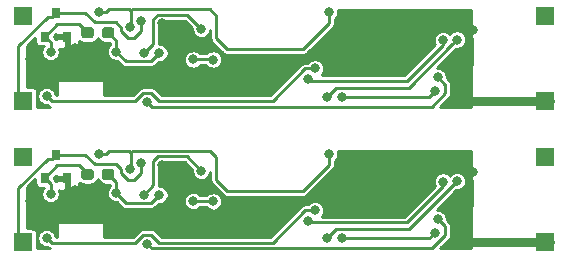
<source format=gbr>
G04 #@! TF.GenerationSoftware,KiCad,Pcbnew,(5.1.6)-1*
G04 #@! TF.CreationDate,2020-09-11T17:39:01+02:00*
G04 #@! TF.ProjectId,panelized,70616e65-6c69-47a6-9564-2e6b69636164,rev?*
G04 #@! TF.SameCoordinates,Original*
G04 #@! TF.FileFunction,Copper,L2,Bot*
G04 #@! TF.FilePolarity,Positive*
%FSLAX46Y46*%
G04 Gerber Fmt 4.6, Leading zero omitted, Abs format (unit mm)*
G04 Created by KiCad (PCBNEW (5.1.6)-1) date 2020-09-11 17:39:01*
%MOMM*%
%LPD*%
G01*
G04 APERTURE LIST*
G04 #@! TA.AperFunction,ComponentPad*
%ADD10R,1.600000X1.600000*%
G04 #@! TD*
G04 #@! TA.AperFunction,SMDPad,CuDef*
%ADD11R,0.800000X0.900000*%
G04 #@! TD*
G04 #@! TA.AperFunction,ViaPad*
%ADD12C,0.800000*%
G04 #@! TD*
G04 #@! TA.AperFunction,Conductor*
%ADD13C,0.250000*%
G04 #@! TD*
G04 #@! TA.AperFunction,Conductor*
%ADD14C,0.800000*%
G04 #@! TD*
G04 #@! TA.AperFunction,NonConductor*
%ADD15C,0.254000*%
G04 #@! TD*
G04 APERTURE END LIST*
G04 #@! TA.AperFunction,SMDPad,CuDef*
G36*
G01*
X108639000Y-102112000D02*
X108639000Y-102587000D01*
G75*
G02*
X108401500Y-102824500I-237500J0D01*
G01*
X107826500Y-102824500D01*
G75*
G02*
X107589000Y-102587000I0J237500D01*
G01*
X107589000Y-102112000D01*
G75*
G02*
X107826500Y-101874500I237500J0D01*
G01*
X108401500Y-101874500D01*
G75*
G02*
X108639000Y-102112000I0J-237500D01*
G01*
G37*
G04 #@! TD.AperFunction*
G04 #@! TA.AperFunction,SMDPad,CuDef*
G36*
G01*
X106889000Y-102112000D02*
X106889000Y-102587000D01*
G75*
G02*
X106651500Y-102824500I-237500J0D01*
G01*
X106076500Y-102824500D01*
G75*
G02*
X105839000Y-102587000I0J237500D01*
G01*
X105839000Y-102112000D01*
G75*
G02*
X106076500Y-101874500I237500J0D01*
G01*
X106651500Y-101874500D01*
G75*
G02*
X106889000Y-102112000I0J-237500D01*
G01*
G37*
G04 #@! TD.AperFunction*
D10*
X145100000Y-108100000D03*
X145100000Y-100900000D03*
X100900000Y-100900000D03*
X100900000Y-108100000D03*
D11*
X104635500Y-102667000D03*
X102735500Y-102667000D03*
X103685500Y-100667000D03*
G04 #@! TA.AperFunction,SMDPad,CuDef*
G36*
G01*
X108639000Y-114112000D02*
X108639000Y-114587000D01*
G75*
G02*
X108401500Y-114824500I-237500J0D01*
G01*
X107826500Y-114824500D01*
G75*
G02*
X107589000Y-114587000I0J237500D01*
G01*
X107589000Y-114112000D01*
G75*
G02*
X107826500Y-113874500I237500J0D01*
G01*
X108401500Y-113874500D01*
G75*
G02*
X108639000Y-114112000I0J-237500D01*
G01*
G37*
G04 #@! TD.AperFunction*
G04 #@! TA.AperFunction,SMDPad,CuDef*
G36*
G01*
X106889000Y-114112000D02*
X106889000Y-114587000D01*
G75*
G02*
X106651500Y-114824500I-237500J0D01*
G01*
X106076500Y-114824500D01*
G75*
G02*
X105839000Y-114587000I0J237500D01*
G01*
X105839000Y-114112000D01*
G75*
G02*
X106076500Y-113874500I237500J0D01*
G01*
X106651500Y-113874500D01*
G75*
G02*
X106889000Y-114112000I0J-237500D01*
G01*
G37*
G04 #@! TD.AperFunction*
D10*
X145100000Y-120100000D03*
X145100000Y-112900000D03*
X100900000Y-112900000D03*
X100900000Y-120100000D03*
D11*
X104635500Y-114667000D03*
X102735500Y-114667000D03*
X103685500Y-112667000D03*
D12*
X116002000Y-114032000D03*
X111161000Y-116049000D03*
X115314976Y-116606155D03*
X117007500Y-116625000D03*
X110883845Y-113381738D03*
X105300000Y-115676000D03*
X106100000Y-115676000D03*
X122098000Y-117270500D03*
X120574000Y-117270500D03*
X120574000Y-118731000D03*
X132706500Y-117279500D03*
X121350000Y-118000000D03*
X131500000Y-115100000D03*
X131500000Y-117279500D03*
X117235023Y-117750000D03*
X139000000Y-114100000D03*
X122098000Y-118731000D03*
X130293500Y-117279500D03*
X132700000Y-115100000D03*
X138450000Y-117500000D03*
X131500000Y-116200000D03*
X132700000Y-116200000D03*
X130300000Y-115100000D03*
X130300000Y-116200000D03*
X114404012Y-117841302D03*
X105715000Y-116445000D03*
X105300000Y-117200000D03*
X101481883Y-116608660D03*
X110600000Y-117900000D03*
X106100000Y-117200000D03*
X112645606Y-113548453D03*
X126800000Y-112625000D03*
X107366000Y-112625010D03*
X110002714Y-113868965D03*
X137655500Y-114924970D03*
X126625000Y-119750000D03*
X125000000Y-118249998D03*
X136450000Y-114950000D03*
X125625000Y-117375000D03*
X102900000Y-119700000D03*
X136004500Y-118096000D03*
X111430000Y-120196168D03*
X108763000Y-115937000D03*
X112446000Y-116064000D03*
X135750500Y-119302500D03*
X127875000Y-119750000D03*
X103238500Y-116000500D03*
X116002000Y-102032000D03*
X111161000Y-104049000D03*
X115314976Y-104606155D03*
X117007500Y-104625000D03*
X110883845Y-101381738D03*
X105300000Y-103676000D03*
X106100000Y-103676000D03*
X122098000Y-105270500D03*
X120574000Y-105270500D03*
X120574000Y-106731000D03*
X132706500Y-105279500D03*
X121350000Y-106000000D03*
X131500000Y-103100000D03*
X131500000Y-105279500D03*
X117235023Y-105750000D03*
X139000000Y-102100000D03*
X122098000Y-106731000D03*
X130293500Y-105279500D03*
X132700000Y-103100000D03*
X138450000Y-105500000D03*
X131500000Y-104200000D03*
X132700000Y-104200000D03*
X130300000Y-103100000D03*
X130300000Y-104200000D03*
X114404012Y-105841302D03*
X105715000Y-104445000D03*
X105300000Y-105200000D03*
X101481883Y-104608660D03*
X110600000Y-105900000D03*
X106100000Y-105200000D03*
X112645606Y-101548453D03*
X126800000Y-100625000D03*
X107366000Y-100625010D03*
X110002714Y-101868965D03*
X137655500Y-102924970D03*
X126625000Y-107750000D03*
X125000000Y-106249998D03*
X136450000Y-102950000D03*
X125625000Y-105375000D03*
X102900000Y-107700000D03*
X136004500Y-106096000D03*
X111430000Y-108196168D03*
X108763000Y-103937000D03*
X112446000Y-104064000D03*
X135750500Y-107302500D03*
X127875000Y-107750000D03*
X103238500Y-104000500D03*
D13*
X115314976Y-116606155D02*
X116988655Y-116606155D01*
X112297605Y-112823452D02*
X111920605Y-113200452D01*
X111938000Y-115272000D02*
X111161000Y-116049000D01*
X111920605Y-113896454D02*
X111938000Y-113913849D01*
X116988655Y-116606155D02*
X117007500Y-116625000D01*
X111938000Y-113913849D02*
X111938000Y-115272000D01*
X114793452Y-112823452D02*
X112297605Y-112823452D01*
X116002000Y-114032000D02*
X114793452Y-112823452D01*
X111920605Y-113200452D02*
X111920605Y-113896454D01*
X103336500Y-113016000D02*
X103685500Y-112667000D01*
X100500000Y-120100000D02*
X100500000Y-115500500D01*
X102984500Y-113016000D02*
X103336500Y-113016000D01*
X100500000Y-115500500D02*
X102984500Y-113016000D01*
X110883845Y-114197155D02*
X110287000Y-114794000D01*
X109779000Y-114794000D02*
X109207500Y-114222500D01*
X106191500Y-112667000D02*
X103685500Y-112667000D01*
X109207500Y-113905000D02*
X108763000Y-113460500D01*
X106985000Y-113460500D02*
X106191500Y-112667000D01*
X110883845Y-113381738D02*
X110883845Y-114197155D01*
X109207500Y-114222500D02*
X109207500Y-113905000D01*
X110287000Y-114794000D02*
X109779000Y-114794000D01*
X108763000Y-113460500D02*
X106985000Y-113460500D01*
X117235023Y-117750000D02*
X114495314Y-117750000D01*
X114371292Y-117841302D02*
X114404012Y-117841302D01*
X114495314Y-117750000D02*
X114404012Y-117841302D01*
X130900000Y-115600000D02*
X131500000Y-116200000D01*
X110641302Y-117841302D02*
X110641302Y-117858698D01*
X131500000Y-116200000D02*
X133300000Y-116200000D01*
X114204980Y-117674990D02*
X114371292Y-117841302D01*
X138450000Y-117500000D02*
X138450000Y-119750000D01*
X117485023Y-118000000D02*
X117235023Y-117750000D01*
X138450000Y-119750000D02*
X138800000Y-120100000D01*
X114404012Y-117841302D02*
X110641302Y-117841302D01*
X138223002Y-114100000D02*
X138173002Y-114050000D01*
X138900000Y-114776998D02*
X138900000Y-117050000D01*
X135450000Y-114050000D02*
X138173002Y-114050000D01*
X107111302Y-117841302D02*
X105715000Y-116445000D01*
X138173002Y-114050000D02*
X138900000Y-114776998D01*
X139000000Y-114100000D02*
X138223002Y-114100000D01*
X121350000Y-118000000D02*
X117485023Y-118000000D01*
X130182000Y-116318000D02*
X130300000Y-116200000D01*
D14*
X144850000Y-120100000D02*
X145500000Y-120100000D01*
D13*
X110641302Y-117858698D02*
X110600000Y-117900000D01*
X138900000Y-117050000D02*
X138450000Y-117500000D01*
X133300000Y-116200000D02*
X135450000Y-114050000D01*
X121350000Y-118000000D02*
X123032000Y-116318000D01*
D14*
X138800000Y-120100000D02*
X144850000Y-120100000D01*
D13*
X123032000Y-116318000D02*
X130182000Y-116318000D01*
X110641302Y-117841302D02*
X107111302Y-117841302D01*
X105715000Y-116445000D02*
X105080000Y-117080000D01*
X105080000Y-117080000D02*
X101953223Y-117080000D01*
X101953223Y-117080000D02*
X101481883Y-116608660D01*
X114404012Y-115306859D02*
X112645606Y-113548453D01*
X114404012Y-117841302D02*
X114404012Y-115306859D01*
X109875010Y-112350010D02*
X110033000Y-112508000D01*
X108183254Y-112373441D02*
X108199059Y-112373441D01*
X116756439Y-112373441D02*
X117272000Y-112889002D01*
X108183254Y-112373441D02*
X107931685Y-112625010D01*
X110033000Y-112508000D02*
X110033000Y-113838679D01*
X118214361Y-115750000D02*
X124600000Y-115750000D01*
X117272000Y-112889002D02*
X117272000Y-114807639D01*
X110033000Y-113838679D02*
X110002714Y-113868965D01*
X107931685Y-112625010D02*
X107366000Y-112625010D01*
X126800000Y-113550000D02*
X126800000Y-112625000D01*
X124600000Y-115750000D02*
X126800000Y-113550000D01*
X108199059Y-112373441D02*
X108222490Y-112350010D01*
X110033000Y-112508000D02*
X110167558Y-112373442D01*
X110167558Y-112373442D02*
X116756439Y-112373441D01*
X108222490Y-112350010D02*
X109875010Y-112350010D01*
X117272000Y-114807639D02*
X118214361Y-115750000D01*
X137255501Y-115324969D02*
X137655500Y-114924970D01*
X127375000Y-119000000D02*
X133580472Y-119000000D01*
X126625000Y-119750000D02*
X127375000Y-119000000D01*
X133580472Y-119000000D02*
X137255501Y-115324969D01*
X136450000Y-114950000D02*
X136450000Y-115364500D01*
X136450000Y-115364500D02*
X133401000Y-118413500D01*
X125163502Y-118413500D02*
X125000000Y-118249998D01*
X133401000Y-118413500D02*
X125163502Y-118413500D01*
X112434834Y-120128000D02*
X122048996Y-120128000D01*
X124801996Y-117375000D02*
X125059315Y-117375000D01*
X103328000Y-120128000D02*
X110425166Y-120128000D01*
X125059315Y-117375000D02*
X125625000Y-117375000D01*
X111081999Y-119471167D02*
X111778001Y-119471167D01*
X122048996Y-120128000D02*
X124801996Y-117375000D01*
X102900000Y-119700000D02*
X103328000Y-120128000D01*
X110425166Y-120128000D02*
X111081999Y-119471167D01*
X111778001Y-119471167D02*
X112434834Y-120128000D01*
X136639500Y-119486502D02*
X135529835Y-120596167D01*
X136004500Y-118096000D02*
X136639500Y-118731000D01*
X136639500Y-118731000D02*
X136639500Y-119486502D01*
X111829999Y-120596167D02*
X111430000Y-120196168D01*
X135529835Y-120596167D02*
X111829999Y-120596167D01*
X109600001Y-116774001D02*
X111735999Y-116774001D01*
X111735999Y-116774001D02*
X112446000Y-116064000D01*
X108763000Y-115937000D02*
X109600001Y-116774001D01*
X108763000Y-114998500D02*
X108114000Y-114349500D01*
X108763000Y-115937000D02*
X108763000Y-114998500D01*
X135303000Y-119750000D02*
X134125305Y-119750000D01*
X134125305Y-119750000D02*
X127875000Y-119750000D01*
X135750500Y-119302500D02*
X135303000Y-119750000D01*
X103238500Y-116000500D02*
X103238500Y-115170000D01*
X103238500Y-115170000D02*
X102735500Y-114667000D01*
X103238500Y-116000500D02*
X103238500Y-115902500D01*
X103815000Y-113587500D02*
X102735500Y-114667000D01*
X105602000Y-113587500D02*
X103815000Y-113587500D01*
X106364000Y-114349500D02*
X105602000Y-113587500D01*
X115314976Y-104606155D02*
X116988655Y-104606155D01*
X112297605Y-100823452D02*
X111920605Y-101200452D01*
X111938000Y-103272000D02*
X111161000Y-104049000D01*
X111920605Y-101896454D02*
X111938000Y-101913849D01*
X116988655Y-104606155D02*
X117007500Y-104625000D01*
X111938000Y-101913849D02*
X111938000Y-103272000D01*
X114793452Y-100823452D02*
X112297605Y-100823452D01*
X116002000Y-102032000D02*
X114793452Y-100823452D01*
X111920605Y-101200452D02*
X111920605Y-101896454D01*
X103336500Y-101016000D02*
X103685500Y-100667000D01*
X100500000Y-108100000D02*
X100500000Y-103500500D01*
X102984500Y-101016000D02*
X103336500Y-101016000D01*
X100500000Y-103500500D02*
X102984500Y-101016000D01*
X110883845Y-102197155D02*
X110287000Y-102794000D01*
X109779000Y-102794000D02*
X109207500Y-102222500D01*
X106191500Y-100667000D02*
X103685500Y-100667000D01*
X109207500Y-101905000D02*
X108763000Y-101460500D01*
X106985000Y-101460500D02*
X106191500Y-100667000D01*
X110883845Y-101381738D02*
X110883845Y-102197155D01*
X109207500Y-102222500D02*
X109207500Y-101905000D01*
X110287000Y-102794000D02*
X109779000Y-102794000D01*
X108763000Y-101460500D02*
X106985000Y-101460500D01*
X117235023Y-105750000D02*
X114495314Y-105750000D01*
X114371292Y-105841302D02*
X114404012Y-105841302D01*
X114495314Y-105750000D02*
X114404012Y-105841302D01*
X130900000Y-103600000D02*
X131500000Y-104200000D01*
X110641302Y-105841302D02*
X110641302Y-105858698D01*
X131500000Y-104200000D02*
X133300000Y-104200000D01*
X114204980Y-105674990D02*
X114371292Y-105841302D01*
X138450000Y-105500000D02*
X138450000Y-107750000D01*
X117485023Y-106000000D02*
X117235023Y-105750000D01*
X138450000Y-107750000D02*
X138800000Y-108100000D01*
X114404012Y-105841302D02*
X110641302Y-105841302D01*
X138223002Y-102100000D02*
X138173002Y-102050000D01*
X138900000Y-102776998D02*
X138900000Y-105050000D01*
X135450000Y-102050000D02*
X138173002Y-102050000D01*
X107111302Y-105841302D02*
X105715000Y-104445000D01*
X138173002Y-102050000D02*
X138900000Y-102776998D01*
X139000000Y-102100000D02*
X138223002Y-102100000D01*
X121350000Y-106000000D02*
X117485023Y-106000000D01*
X130182000Y-104318000D02*
X130300000Y-104200000D01*
D14*
X144850000Y-108100000D02*
X145500000Y-108100000D01*
D13*
X110641302Y-105858698D02*
X110600000Y-105900000D01*
X138900000Y-105050000D02*
X138450000Y-105500000D01*
X133300000Y-104200000D02*
X135450000Y-102050000D01*
X121350000Y-106000000D02*
X123032000Y-104318000D01*
D14*
X138800000Y-108100000D02*
X144850000Y-108100000D01*
D13*
X123032000Y-104318000D02*
X130182000Y-104318000D01*
X110641302Y-105841302D02*
X107111302Y-105841302D01*
X105715000Y-104445000D02*
X105080000Y-105080000D01*
X105080000Y-105080000D02*
X101953223Y-105080000D01*
X101953223Y-105080000D02*
X101481883Y-104608660D01*
X114404012Y-103306859D02*
X112645606Y-101548453D01*
X114404012Y-105841302D02*
X114404012Y-103306859D01*
X109875010Y-100350010D02*
X110033000Y-100508000D01*
X108183254Y-100373441D02*
X108199059Y-100373441D01*
X116756439Y-100373441D02*
X117272000Y-100889002D01*
X108183254Y-100373441D02*
X107931685Y-100625010D01*
X110033000Y-100508000D02*
X110033000Y-101838679D01*
X118214361Y-103750000D02*
X124600000Y-103750000D01*
X117272000Y-100889002D02*
X117272000Y-102807639D01*
X110033000Y-101838679D02*
X110002714Y-101868965D01*
X107931685Y-100625010D02*
X107366000Y-100625010D01*
X126800000Y-101550000D02*
X126800000Y-100625000D01*
X124600000Y-103750000D02*
X126800000Y-101550000D01*
X108199059Y-100373441D02*
X108222490Y-100350010D01*
X110033000Y-100508000D02*
X110167558Y-100373442D01*
X110167558Y-100373442D02*
X116756439Y-100373441D01*
X108222490Y-100350010D02*
X109875010Y-100350010D01*
X117272000Y-102807639D02*
X118214361Y-103750000D01*
X137255501Y-103324969D02*
X137655500Y-102924970D01*
X127375000Y-107000000D02*
X133580472Y-107000000D01*
X126625000Y-107750000D02*
X127375000Y-107000000D01*
X133580472Y-107000000D02*
X137255501Y-103324969D01*
X136450000Y-102950000D02*
X136450000Y-103364500D01*
X136450000Y-103364500D02*
X133401000Y-106413500D01*
X125163502Y-106413500D02*
X125000000Y-106249998D01*
X133401000Y-106413500D02*
X125163502Y-106413500D01*
X112434834Y-108128000D02*
X122048996Y-108128000D01*
X124801996Y-105375000D02*
X125059315Y-105375000D01*
X103328000Y-108128000D02*
X110425166Y-108128000D01*
X125059315Y-105375000D02*
X125625000Y-105375000D01*
X111081999Y-107471167D02*
X111778001Y-107471167D01*
X122048996Y-108128000D02*
X124801996Y-105375000D01*
X102900000Y-107700000D02*
X103328000Y-108128000D01*
X110425166Y-108128000D02*
X111081999Y-107471167D01*
X111778001Y-107471167D02*
X112434834Y-108128000D01*
X136639500Y-107486502D02*
X135529835Y-108596167D01*
X136004500Y-106096000D02*
X136639500Y-106731000D01*
X136639500Y-106731000D02*
X136639500Y-107486502D01*
X111829999Y-108596167D02*
X111430000Y-108196168D01*
X135529835Y-108596167D02*
X111829999Y-108596167D01*
X109600001Y-104774001D02*
X111735999Y-104774001D01*
X111735999Y-104774001D02*
X112446000Y-104064000D01*
X108763000Y-103937000D02*
X109600001Y-104774001D01*
X108763000Y-102998500D02*
X108114000Y-102349500D01*
X108763000Y-103937000D02*
X108763000Y-102998500D01*
X135303000Y-107750000D02*
X134125305Y-107750000D01*
X134125305Y-107750000D02*
X127875000Y-107750000D01*
X135750500Y-107302500D02*
X135303000Y-107750000D01*
X103238500Y-104000500D02*
X103238500Y-103170000D01*
X103238500Y-103170000D02*
X102735500Y-102667000D01*
X103238500Y-104000500D02*
X103238500Y-103902500D01*
X103815000Y-101587500D02*
X102735500Y-102667000D01*
X105602000Y-101587500D02*
X103815000Y-101587500D01*
X106364000Y-102349500D02*
X105602000Y-101587500D01*
D15*
G36*
X138862000Y-120598000D02*
G01*
X136237936Y-120598000D01*
X136977038Y-119858899D01*
X136996184Y-119843186D01*
X137012120Y-119823769D01*
X137058916Y-119766748D01*
X137067113Y-119751413D01*
X137105531Y-119679538D01*
X137134236Y-119584911D01*
X137141500Y-119511155D01*
X137141500Y-119511146D01*
X137143927Y-119486503D01*
X137141500Y-119461860D01*
X137141500Y-118755645D01*
X137143927Y-118731000D01*
X137141500Y-118706354D01*
X137141500Y-118706347D01*
X137134236Y-118632591D01*
X137134236Y-118632590D01*
X137105531Y-118537963D01*
X137058917Y-118450754D01*
X137011900Y-118393464D01*
X137011892Y-118393456D01*
X136996184Y-118374316D01*
X136977043Y-118358607D01*
X136781500Y-118163065D01*
X136781500Y-118019472D01*
X136751641Y-117869357D01*
X136693069Y-117727952D01*
X136608036Y-117600691D01*
X136499809Y-117492464D01*
X136372548Y-117407431D01*
X136231143Y-117348859D01*
X136081028Y-117319000D01*
X135971405Y-117319000D01*
X137588435Y-115701970D01*
X137732028Y-115701970D01*
X137882143Y-115672111D01*
X138023548Y-115613539D01*
X138150809Y-115528506D01*
X138259036Y-115420279D01*
X138344069Y-115293018D01*
X138402641Y-115151613D01*
X138432500Y-115001498D01*
X138432500Y-114848442D01*
X138402641Y-114698327D01*
X138344069Y-114556922D01*
X138259036Y-114429661D01*
X138150809Y-114321434D01*
X138023548Y-114236401D01*
X137882143Y-114177829D01*
X137732028Y-114147970D01*
X137578972Y-114147970D01*
X137428857Y-114177829D01*
X137287452Y-114236401D01*
X137160191Y-114321434D01*
X137051964Y-114429661D01*
X137042568Y-114443723D01*
X136945309Y-114346464D01*
X136818048Y-114261431D01*
X136676643Y-114202859D01*
X136526528Y-114173000D01*
X136373472Y-114173000D01*
X136223357Y-114202859D01*
X136081952Y-114261431D01*
X135954691Y-114346464D01*
X135846464Y-114454691D01*
X135761431Y-114581952D01*
X135702859Y-114723357D01*
X135673000Y-114873472D01*
X135673000Y-115026528D01*
X135702859Y-115176643D01*
X135761431Y-115318048D01*
X135771479Y-115333086D01*
X133193066Y-117911500D01*
X126187345Y-117911500D01*
X126228536Y-117870309D01*
X126313569Y-117743048D01*
X126372141Y-117601643D01*
X126402000Y-117451528D01*
X126402000Y-117298472D01*
X126372141Y-117148357D01*
X126313569Y-117006952D01*
X126228536Y-116879691D01*
X126120309Y-116771464D01*
X125993048Y-116686431D01*
X125851643Y-116627859D01*
X125701528Y-116598000D01*
X125548472Y-116598000D01*
X125398357Y-116627859D01*
X125256952Y-116686431D01*
X125129691Y-116771464D01*
X125028155Y-116873000D01*
X124826639Y-116873000D01*
X124801996Y-116870573D01*
X124777353Y-116873000D01*
X124777343Y-116873000D01*
X124703587Y-116880264D01*
X124608960Y-116908969D01*
X124521751Y-116955583D01*
X124521749Y-116955584D01*
X124521750Y-116955584D01*
X124470798Y-116997400D01*
X124445312Y-117018316D01*
X124429599Y-117037462D01*
X121841062Y-119626000D01*
X112642769Y-119626000D01*
X112150402Y-119133634D01*
X112134685Y-119114483D01*
X112058246Y-119051750D01*
X111971037Y-119005136D01*
X111876410Y-118976431D01*
X111802654Y-118969167D01*
X111802644Y-118969167D01*
X111778001Y-118966740D01*
X111753358Y-118969167D01*
X111106641Y-118969167D01*
X111081998Y-118966740D01*
X111057355Y-118969167D01*
X111057346Y-118969167D01*
X110983590Y-118976431D01*
X110888963Y-119005136D01*
X110801754Y-119051750D01*
X110801752Y-119051751D01*
X110801753Y-119051751D01*
X110744900Y-119098410D01*
X110725315Y-119114483D01*
X110709602Y-119133629D01*
X110217232Y-119626000D01*
X107747000Y-119626000D01*
X107747000Y-118477000D01*
X107744560Y-118452224D01*
X107737333Y-118428399D01*
X107725597Y-118406443D01*
X107709803Y-118387197D01*
X107690557Y-118371403D01*
X107668601Y-118359667D01*
X107644776Y-118352440D01*
X107620000Y-118350000D01*
X103937000Y-118350000D01*
X103912224Y-118352440D01*
X103888399Y-118359667D01*
X103866443Y-118371403D01*
X103847197Y-118387197D01*
X103831403Y-118406443D01*
X103819667Y-118428399D01*
X103812440Y-118452224D01*
X103810000Y-118477000D01*
X103810000Y-119626000D01*
X103677000Y-119626000D01*
X103677000Y-119623472D01*
X103647141Y-119473357D01*
X103588569Y-119331952D01*
X103503536Y-119204691D01*
X103395309Y-119096464D01*
X103268048Y-119011431D01*
X103126643Y-118952859D01*
X102976528Y-118923000D01*
X102823472Y-118923000D01*
X102673357Y-118952859D01*
X102531952Y-119011431D01*
X102404691Y-119096464D01*
X102296464Y-119204691D01*
X102211431Y-119331952D01*
X102152859Y-119473357D01*
X102123000Y-119623472D01*
X102123000Y-119776528D01*
X102152859Y-119926643D01*
X102211431Y-120068048D01*
X102296464Y-120195309D01*
X102404691Y-120303536D01*
X102531952Y-120388569D01*
X102673357Y-120447141D01*
X102823472Y-120477000D01*
X102965010Y-120477000D01*
X102971316Y-120484684D01*
X103047755Y-120547417D01*
X103134964Y-120594031D01*
X103148048Y-120598000D01*
X102078824Y-120598000D01*
X102078824Y-119300000D01*
X102071545Y-119226095D01*
X102049988Y-119155030D01*
X102014981Y-119089537D01*
X101967869Y-119032131D01*
X101910463Y-118985019D01*
X101844970Y-118950012D01*
X101773905Y-118928455D01*
X101700000Y-118921176D01*
X101270000Y-118921176D01*
X101270000Y-115440434D01*
X101956676Y-114753759D01*
X101956676Y-115117000D01*
X101963955Y-115190905D01*
X101985512Y-115261970D01*
X102020519Y-115327463D01*
X102067631Y-115384869D01*
X102125037Y-115431981D01*
X102190530Y-115466988D01*
X102261595Y-115488545D01*
X102335500Y-115495824D01*
X102644331Y-115495824D01*
X102634964Y-115505191D01*
X102549931Y-115632452D01*
X102491359Y-115773857D01*
X102461500Y-115923972D01*
X102461500Y-116077028D01*
X102491359Y-116227143D01*
X102549931Y-116368548D01*
X102634964Y-116495809D01*
X102743191Y-116604036D01*
X102870452Y-116689069D01*
X103011857Y-116747641D01*
X103161972Y-116777500D01*
X103315028Y-116777500D01*
X103465143Y-116747641D01*
X103606548Y-116689069D01*
X103733809Y-116604036D01*
X103842036Y-116495809D01*
X103927069Y-116368548D01*
X103985641Y-116227143D01*
X104015500Y-116077028D01*
X104015500Y-115923972D01*
X103985641Y-115773857D01*
X103948193Y-115683450D01*
X103991320Y-115706502D01*
X104111018Y-115742812D01*
X104235500Y-115755072D01*
X104349750Y-115752000D01*
X104508500Y-115593250D01*
X104508500Y-114794000D01*
X103759250Y-114794000D01*
X103659860Y-114893390D01*
X103657917Y-114889755D01*
X103624012Y-114848442D01*
X103610899Y-114832464D01*
X103610897Y-114832462D01*
X103595184Y-114813316D01*
X103576038Y-114797603D01*
X103514324Y-114735889D01*
X103514324Y-114598110D01*
X103665842Y-114446592D01*
X103711705Y-114492455D01*
X103720197Y-114502803D01*
X103730545Y-114511295D01*
X103759250Y-114540000D01*
X104782500Y-114540000D01*
X104782500Y-114794000D01*
X104762500Y-114794000D01*
X104762500Y-115593250D01*
X104921250Y-115752000D01*
X105035500Y-115755072D01*
X105159982Y-115742812D01*
X105279680Y-115706502D01*
X105389994Y-115647537D01*
X105486685Y-115568185D01*
X105566037Y-115471494D01*
X105625002Y-115361180D01*
X105661312Y-115241482D01*
X105673572Y-115117000D01*
X105672295Y-115048742D01*
X105734089Y-115099455D01*
X105840643Y-115156409D01*
X105956261Y-115191482D01*
X106076500Y-115203324D01*
X106651500Y-115203324D01*
X106771739Y-115191482D01*
X106887357Y-115156409D01*
X106993911Y-115099455D01*
X107087307Y-115022807D01*
X107163955Y-114929411D01*
X107220909Y-114822857D01*
X107239000Y-114763220D01*
X107257091Y-114822857D01*
X107314045Y-114929411D01*
X107390693Y-115022807D01*
X107484089Y-115099455D01*
X107590643Y-115156409D01*
X107706261Y-115191482D01*
X107826500Y-115203324D01*
X108257888Y-115203324D01*
X108261001Y-115206436D01*
X108261001Y-115340154D01*
X108159464Y-115441691D01*
X108074431Y-115568952D01*
X108015859Y-115710357D01*
X107986000Y-115860472D01*
X107986000Y-116013528D01*
X108015859Y-116163643D01*
X108074431Y-116305048D01*
X108159464Y-116432309D01*
X108267691Y-116540536D01*
X108394952Y-116625569D01*
X108536357Y-116684141D01*
X108686472Y-116714000D01*
X108830065Y-116714000D01*
X109227604Y-117111539D01*
X109243317Y-117130685D01*
X109319756Y-117193418D01*
X109406965Y-117240032D01*
X109501592Y-117268737D01*
X109575348Y-117276001D01*
X109575357Y-117276001D01*
X109600000Y-117278428D01*
X109624643Y-117276001D01*
X111711356Y-117276001D01*
X111735999Y-117278428D01*
X111760642Y-117276001D01*
X111760652Y-117276001D01*
X111834408Y-117268737D01*
X111929035Y-117240032D01*
X112016244Y-117193418D01*
X112092683Y-117130685D01*
X112108400Y-117111534D01*
X112378934Y-116841000D01*
X112522528Y-116841000D01*
X112672643Y-116811141D01*
X112814048Y-116752569D01*
X112941309Y-116667536D01*
X113049536Y-116559309D01*
X113069368Y-116529627D01*
X114537976Y-116529627D01*
X114537976Y-116682683D01*
X114567835Y-116832798D01*
X114626407Y-116974203D01*
X114711440Y-117101464D01*
X114819667Y-117209691D01*
X114946928Y-117294724D01*
X115088333Y-117353296D01*
X115238448Y-117383155D01*
X115391504Y-117383155D01*
X115541619Y-117353296D01*
X115683024Y-117294724D01*
X115810285Y-117209691D01*
X115911821Y-117108155D01*
X116395843Y-117108155D01*
X116403964Y-117120309D01*
X116512191Y-117228536D01*
X116639452Y-117313569D01*
X116780857Y-117372141D01*
X116930972Y-117402000D01*
X117084028Y-117402000D01*
X117234143Y-117372141D01*
X117375548Y-117313569D01*
X117502809Y-117228536D01*
X117611036Y-117120309D01*
X117696069Y-116993048D01*
X117754641Y-116851643D01*
X117784500Y-116701528D01*
X117784500Y-116548472D01*
X117754641Y-116398357D01*
X117696069Y-116256952D01*
X117611036Y-116129691D01*
X117502809Y-116021464D01*
X117375548Y-115936431D01*
X117234143Y-115877859D01*
X117084028Y-115848000D01*
X116930972Y-115848000D01*
X116780857Y-115877859D01*
X116639452Y-115936431D01*
X116512191Y-116021464D01*
X116429500Y-116104155D01*
X115911821Y-116104155D01*
X115810285Y-116002619D01*
X115683024Y-115917586D01*
X115541619Y-115859014D01*
X115391504Y-115829155D01*
X115238448Y-115829155D01*
X115088333Y-115859014D01*
X114946928Y-115917586D01*
X114819667Y-116002619D01*
X114711440Y-116110846D01*
X114626407Y-116238107D01*
X114567835Y-116379512D01*
X114537976Y-116529627D01*
X113069368Y-116529627D01*
X113134569Y-116432048D01*
X113193141Y-116290643D01*
X113223000Y-116140528D01*
X113223000Y-115987472D01*
X113193141Y-115837357D01*
X113134569Y-115695952D01*
X113049536Y-115568691D01*
X112941309Y-115460464D01*
X112814048Y-115375431D01*
X112672643Y-115316859D01*
X112522528Y-115287000D01*
X112440950Y-115287000D01*
X112442427Y-115272000D01*
X112440000Y-115247357D01*
X112440000Y-113938491D01*
X112442427Y-113913848D01*
X112440000Y-113889205D01*
X112440000Y-113889196D01*
X112432736Y-113815440D01*
X112422605Y-113782043D01*
X112422605Y-113408386D01*
X112505540Y-113325452D01*
X114585518Y-113325452D01*
X115225000Y-113964935D01*
X115225000Y-114108528D01*
X115254859Y-114258643D01*
X115313431Y-114400048D01*
X115398464Y-114527309D01*
X115506691Y-114635536D01*
X115633952Y-114720569D01*
X115775357Y-114779141D01*
X115925472Y-114809000D01*
X116078528Y-114809000D01*
X116228643Y-114779141D01*
X116370048Y-114720569D01*
X116497309Y-114635536D01*
X116605536Y-114527309D01*
X116690569Y-114400048D01*
X116749141Y-114258643D01*
X116770001Y-114153772D01*
X116770001Y-114782986D01*
X116767573Y-114807639D01*
X116777265Y-114906048D01*
X116805970Y-115000675D01*
X116852584Y-115087884D01*
X116899601Y-115145174D01*
X116899604Y-115145177D01*
X116915317Y-115164323D01*
X116934463Y-115180036D01*
X117841968Y-116087543D01*
X117857677Y-116106684D01*
X117876817Y-116122392D01*
X117876825Y-116122400D01*
X117934115Y-116169417D01*
X117966521Y-116186738D01*
X118021325Y-116216031D01*
X118115952Y-116244736D01*
X118189708Y-116252000D01*
X118189718Y-116252000D01*
X118214361Y-116254427D01*
X118239004Y-116252000D01*
X124575357Y-116252000D01*
X124600000Y-116254427D01*
X124624643Y-116252000D01*
X124624653Y-116252000D01*
X124698409Y-116244736D01*
X124793036Y-116216031D01*
X124880245Y-116169417D01*
X124956684Y-116106684D01*
X124972401Y-116087533D01*
X127137543Y-113922393D01*
X127156684Y-113906684D01*
X127172392Y-113887544D01*
X127172400Y-113887536D01*
X127219416Y-113830246D01*
X127219417Y-113830245D01*
X127266031Y-113743036D01*
X127294736Y-113648409D01*
X127302000Y-113574653D01*
X127302000Y-113574643D01*
X127304427Y-113550000D01*
X127302000Y-113525357D01*
X127302000Y-113221845D01*
X127403536Y-113120309D01*
X127488569Y-112993048D01*
X127547141Y-112851643D01*
X127577000Y-112701528D01*
X127577000Y-112548472D01*
X127547866Y-112402000D01*
X138862000Y-112402000D01*
X138862000Y-120598000D01*
G37*
X138862000Y-120598000D02*
X136237936Y-120598000D01*
X136977038Y-119858899D01*
X136996184Y-119843186D01*
X137012120Y-119823769D01*
X137058916Y-119766748D01*
X137067113Y-119751413D01*
X137105531Y-119679538D01*
X137134236Y-119584911D01*
X137141500Y-119511155D01*
X137141500Y-119511146D01*
X137143927Y-119486503D01*
X137141500Y-119461860D01*
X137141500Y-118755645D01*
X137143927Y-118731000D01*
X137141500Y-118706354D01*
X137141500Y-118706347D01*
X137134236Y-118632591D01*
X137134236Y-118632590D01*
X137105531Y-118537963D01*
X137058917Y-118450754D01*
X137011900Y-118393464D01*
X137011892Y-118393456D01*
X136996184Y-118374316D01*
X136977043Y-118358607D01*
X136781500Y-118163065D01*
X136781500Y-118019472D01*
X136751641Y-117869357D01*
X136693069Y-117727952D01*
X136608036Y-117600691D01*
X136499809Y-117492464D01*
X136372548Y-117407431D01*
X136231143Y-117348859D01*
X136081028Y-117319000D01*
X135971405Y-117319000D01*
X137588435Y-115701970D01*
X137732028Y-115701970D01*
X137882143Y-115672111D01*
X138023548Y-115613539D01*
X138150809Y-115528506D01*
X138259036Y-115420279D01*
X138344069Y-115293018D01*
X138402641Y-115151613D01*
X138432500Y-115001498D01*
X138432500Y-114848442D01*
X138402641Y-114698327D01*
X138344069Y-114556922D01*
X138259036Y-114429661D01*
X138150809Y-114321434D01*
X138023548Y-114236401D01*
X137882143Y-114177829D01*
X137732028Y-114147970D01*
X137578972Y-114147970D01*
X137428857Y-114177829D01*
X137287452Y-114236401D01*
X137160191Y-114321434D01*
X137051964Y-114429661D01*
X137042568Y-114443723D01*
X136945309Y-114346464D01*
X136818048Y-114261431D01*
X136676643Y-114202859D01*
X136526528Y-114173000D01*
X136373472Y-114173000D01*
X136223357Y-114202859D01*
X136081952Y-114261431D01*
X135954691Y-114346464D01*
X135846464Y-114454691D01*
X135761431Y-114581952D01*
X135702859Y-114723357D01*
X135673000Y-114873472D01*
X135673000Y-115026528D01*
X135702859Y-115176643D01*
X135761431Y-115318048D01*
X135771479Y-115333086D01*
X133193066Y-117911500D01*
X126187345Y-117911500D01*
X126228536Y-117870309D01*
X126313569Y-117743048D01*
X126372141Y-117601643D01*
X126402000Y-117451528D01*
X126402000Y-117298472D01*
X126372141Y-117148357D01*
X126313569Y-117006952D01*
X126228536Y-116879691D01*
X126120309Y-116771464D01*
X125993048Y-116686431D01*
X125851643Y-116627859D01*
X125701528Y-116598000D01*
X125548472Y-116598000D01*
X125398357Y-116627859D01*
X125256952Y-116686431D01*
X125129691Y-116771464D01*
X125028155Y-116873000D01*
X124826639Y-116873000D01*
X124801996Y-116870573D01*
X124777353Y-116873000D01*
X124777343Y-116873000D01*
X124703587Y-116880264D01*
X124608960Y-116908969D01*
X124521751Y-116955583D01*
X124521749Y-116955584D01*
X124521750Y-116955584D01*
X124470798Y-116997400D01*
X124445312Y-117018316D01*
X124429599Y-117037462D01*
X121841062Y-119626000D01*
X112642769Y-119626000D01*
X112150402Y-119133634D01*
X112134685Y-119114483D01*
X112058246Y-119051750D01*
X111971037Y-119005136D01*
X111876410Y-118976431D01*
X111802654Y-118969167D01*
X111802644Y-118969167D01*
X111778001Y-118966740D01*
X111753358Y-118969167D01*
X111106641Y-118969167D01*
X111081998Y-118966740D01*
X111057355Y-118969167D01*
X111057346Y-118969167D01*
X110983590Y-118976431D01*
X110888963Y-119005136D01*
X110801754Y-119051750D01*
X110801752Y-119051751D01*
X110801753Y-119051751D01*
X110744900Y-119098410D01*
X110725315Y-119114483D01*
X110709602Y-119133629D01*
X110217232Y-119626000D01*
X107747000Y-119626000D01*
X107747000Y-118477000D01*
X107744560Y-118452224D01*
X107737333Y-118428399D01*
X107725597Y-118406443D01*
X107709803Y-118387197D01*
X107690557Y-118371403D01*
X107668601Y-118359667D01*
X107644776Y-118352440D01*
X107620000Y-118350000D01*
X103937000Y-118350000D01*
X103912224Y-118352440D01*
X103888399Y-118359667D01*
X103866443Y-118371403D01*
X103847197Y-118387197D01*
X103831403Y-118406443D01*
X103819667Y-118428399D01*
X103812440Y-118452224D01*
X103810000Y-118477000D01*
X103810000Y-119626000D01*
X103677000Y-119626000D01*
X103677000Y-119623472D01*
X103647141Y-119473357D01*
X103588569Y-119331952D01*
X103503536Y-119204691D01*
X103395309Y-119096464D01*
X103268048Y-119011431D01*
X103126643Y-118952859D01*
X102976528Y-118923000D01*
X102823472Y-118923000D01*
X102673357Y-118952859D01*
X102531952Y-119011431D01*
X102404691Y-119096464D01*
X102296464Y-119204691D01*
X102211431Y-119331952D01*
X102152859Y-119473357D01*
X102123000Y-119623472D01*
X102123000Y-119776528D01*
X102152859Y-119926643D01*
X102211431Y-120068048D01*
X102296464Y-120195309D01*
X102404691Y-120303536D01*
X102531952Y-120388569D01*
X102673357Y-120447141D01*
X102823472Y-120477000D01*
X102965010Y-120477000D01*
X102971316Y-120484684D01*
X103047755Y-120547417D01*
X103134964Y-120594031D01*
X103148048Y-120598000D01*
X102078824Y-120598000D01*
X102078824Y-119300000D01*
X102071545Y-119226095D01*
X102049988Y-119155030D01*
X102014981Y-119089537D01*
X101967869Y-119032131D01*
X101910463Y-118985019D01*
X101844970Y-118950012D01*
X101773905Y-118928455D01*
X101700000Y-118921176D01*
X101270000Y-118921176D01*
X101270000Y-115440434D01*
X101956676Y-114753759D01*
X101956676Y-115117000D01*
X101963955Y-115190905D01*
X101985512Y-115261970D01*
X102020519Y-115327463D01*
X102067631Y-115384869D01*
X102125037Y-115431981D01*
X102190530Y-115466988D01*
X102261595Y-115488545D01*
X102335500Y-115495824D01*
X102644331Y-115495824D01*
X102634964Y-115505191D01*
X102549931Y-115632452D01*
X102491359Y-115773857D01*
X102461500Y-115923972D01*
X102461500Y-116077028D01*
X102491359Y-116227143D01*
X102549931Y-116368548D01*
X102634964Y-116495809D01*
X102743191Y-116604036D01*
X102870452Y-116689069D01*
X103011857Y-116747641D01*
X103161972Y-116777500D01*
X103315028Y-116777500D01*
X103465143Y-116747641D01*
X103606548Y-116689069D01*
X103733809Y-116604036D01*
X103842036Y-116495809D01*
X103927069Y-116368548D01*
X103985641Y-116227143D01*
X104015500Y-116077028D01*
X104015500Y-115923972D01*
X103985641Y-115773857D01*
X103948193Y-115683450D01*
X103991320Y-115706502D01*
X104111018Y-115742812D01*
X104235500Y-115755072D01*
X104349750Y-115752000D01*
X104508500Y-115593250D01*
X104508500Y-114794000D01*
X103759250Y-114794000D01*
X103659860Y-114893390D01*
X103657917Y-114889755D01*
X103624012Y-114848442D01*
X103610899Y-114832464D01*
X103610897Y-114832462D01*
X103595184Y-114813316D01*
X103576038Y-114797603D01*
X103514324Y-114735889D01*
X103514324Y-114598110D01*
X103665842Y-114446592D01*
X103711705Y-114492455D01*
X103720197Y-114502803D01*
X103730545Y-114511295D01*
X103759250Y-114540000D01*
X104782500Y-114540000D01*
X104782500Y-114794000D01*
X104762500Y-114794000D01*
X104762500Y-115593250D01*
X104921250Y-115752000D01*
X105035500Y-115755072D01*
X105159982Y-115742812D01*
X105279680Y-115706502D01*
X105389994Y-115647537D01*
X105486685Y-115568185D01*
X105566037Y-115471494D01*
X105625002Y-115361180D01*
X105661312Y-115241482D01*
X105673572Y-115117000D01*
X105672295Y-115048742D01*
X105734089Y-115099455D01*
X105840643Y-115156409D01*
X105956261Y-115191482D01*
X106076500Y-115203324D01*
X106651500Y-115203324D01*
X106771739Y-115191482D01*
X106887357Y-115156409D01*
X106993911Y-115099455D01*
X107087307Y-115022807D01*
X107163955Y-114929411D01*
X107220909Y-114822857D01*
X107239000Y-114763220D01*
X107257091Y-114822857D01*
X107314045Y-114929411D01*
X107390693Y-115022807D01*
X107484089Y-115099455D01*
X107590643Y-115156409D01*
X107706261Y-115191482D01*
X107826500Y-115203324D01*
X108257888Y-115203324D01*
X108261001Y-115206436D01*
X108261001Y-115340154D01*
X108159464Y-115441691D01*
X108074431Y-115568952D01*
X108015859Y-115710357D01*
X107986000Y-115860472D01*
X107986000Y-116013528D01*
X108015859Y-116163643D01*
X108074431Y-116305048D01*
X108159464Y-116432309D01*
X108267691Y-116540536D01*
X108394952Y-116625569D01*
X108536357Y-116684141D01*
X108686472Y-116714000D01*
X108830065Y-116714000D01*
X109227604Y-117111539D01*
X109243317Y-117130685D01*
X109319756Y-117193418D01*
X109406965Y-117240032D01*
X109501592Y-117268737D01*
X109575348Y-117276001D01*
X109575357Y-117276001D01*
X109600000Y-117278428D01*
X109624643Y-117276001D01*
X111711356Y-117276001D01*
X111735999Y-117278428D01*
X111760642Y-117276001D01*
X111760652Y-117276001D01*
X111834408Y-117268737D01*
X111929035Y-117240032D01*
X112016244Y-117193418D01*
X112092683Y-117130685D01*
X112108400Y-117111534D01*
X112378934Y-116841000D01*
X112522528Y-116841000D01*
X112672643Y-116811141D01*
X112814048Y-116752569D01*
X112941309Y-116667536D01*
X113049536Y-116559309D01*
X113069368Y-116529627D01*
X114537976Y-116529627D01*
X114537976Y-116682683D01*
X114567835Y-116832798D01*
X114626407Y-116974203D01*
X114711440Y-117101464D01*
X114819667Y-117209691D01*
X114946928Y-117294724D01*
X115088333Y-117353296D01*
X115238448Y-117383155D01*
X115391504Y-117383155D01*
X115541619Y-117353296D01*
X115683024Y-117294724D01*
X115810285Y-117209691D01*
X115911821Y-117108155D01*
X116395843Y-117108155D01*
X116403964Y-117120309D01*
X116512191Y-117228536D01*
X116639452Y-117313569D01*
X116780857Y-117372141D01*
X116930972Y-117402000D01*
X117084028Y-117402000D01*
X117234143Y-117372141D01*
X117375548Y-117313569D01*
X117502809Y-117228536D01*
X117611036Y-117120309D01*
X117696069Y-116993048D01*
X117754641Y-116851643D01*
X117784500Y-116701528D01*
X117784500Y-116548472D01*
X117754641Y-116398357D01*
X117696069Y-116256952D01*
X117611036Y-116129691D01*
X117502809Y-116021464D01*
X117375548Y-115936431D01*
X117234143Y-115877859D01*
X117084028Y-115848000D01*
X116930972Y-115848000D01*
X116780857Y-115877859D01*
X116639452Y-115936431D01*
X116512191Y-116021464D01*
X116429500Y-116104155D01*
X115911821Y-116104155D01*
X115810285Y-116002619D01*
X115683024Y-115917586D01*
X115541619Y-115859014D01*
X115391504Y-115829155D01*
X115238448Y-115829155D01*
X115088333Y-115859014D01*
X114946928Y-115917586D01*
X114819667Y-116002619D01*
X114711440Y-116110846D01*
X114626407Y-116238107D01*
X114567835Y-116379512D01*
X114537976Y-116529627D01*
X113069368Y-116529627D01*
X113134569Y-116432048D01*
X113193141Y-116290643D01*
X113223000Y-116140528D01*
X113223000Y-115987472D01*
X113193141Y-115837357D01*
X113134569Y-115695952D01*
X113049536Y-115568691D01*
X112941309Y-115460464D01*
X112814048Y-115375431D01*
X112672643Y-115316859D01*
X112522528Y-115287000D01*
X112440950Y-115287000D01*
X112442427Y-115272000D01*
X112440000Y-115247357D01*
X112440000Y-113938491D01*
X112442427Y-113913848D01*
X112440000Y-113889205D01*
X112440000Y-113889196D01*
X112432736Y-113815440D01*
X112422605Y-113782043D01*
X112422605Y-113408386D01*
X112505540Y-113325452D01*
X114585518Y-113325452D01*
X115225000Y-113964935D01*
X115225000Y-114108528D01*
X115254859Y-114258643D01*
X115313431Y-114400048D01*
X115398464Y-114527309D01*
X115506691Y-114635536D01*
X115633952Y-114720569D01*
X115775357Y-114779141D01*
X115925472Y-114809000D01*
X116078528Y-114809000D01*
X116228643Y-114779141D01*
X116370048Y-114720569D01*
X116497309Y-114635536D01*
X116605536Y-114527309D01*
X116690569Y-114400048D01*
X116749141Y-114258643D01*
X116770001Y-114153772D01*
X116770001Y-114782986D01*
X116767573Y-114807639D01*
X116777265Y-114906048D01*
X116805970Y-115000675D01*
X116852584Y-115087884D01*
X116899601Y-115145174D01*
X116899604Y-115145177D01*
X116915317Y-115164323D01*
X116934463Y-115180036D01*
X117841968Y-116087543D01*
X117857677Y-116106684D01*
X117876817Y-116122392D01*
X117876825Y-116122400D01*
X117934115Y-116169417D01*
X117966521Y-116186738D01*
X118021325Y-116216031D01*
X118115952Y-116244736D01*
X118189708Y-116252000D01*
X118189718Y-116252000D01*
X118214361Y-116254427D01*
X118239004Y-116252000D01*
X124575357Y-116252000D01*
X124600000Y-116254427D01*
X124624643Y-116252000D01*
X124624653Y-116252000D01*
X124698409Y-116244736D01*
X124793036Y-116216031D01*
X124880245Y-116169417D01*
X124956684Y-116106684D01*
X124972401Y-116087533D01*
X127137543Y-113922393D01*
X127156684Y-113906684D01*
X127172392Y-113887544D01*
X127172400Y-113887536D01*
X127219416Y-113830246D01*
X127219417Y-113830245D01*
X127266031Y-113743036D01*
X127294736Y-113648409D01*
X127302000Y-113574653D01*
X127302000Y-113574643D01*
X127304427Y-113550000D01*
X127302000Y-113525357D01*
X127302000Y-113221845D01*
X127403536Y-113120309D01*
X127488569Y-112993048D01*
X127547141Y-112851643D01*
X127577000Y-112701528D01*
X127577000Y-112548472D01*
X127547866Y-112402000D01*
X138862000Y-112402000D01*
X138862000Y-120598000D01*
G36*
X138862000Y-108598000D02*
G01*
X136237936Y-108598000D01*
X136977038Y-107858899D01*
X136996184Y-107843186D01*
X137012120Y-107823769D01*
X137058916Y-107766748D01*
X137067113Y-107751413D01*
X137105531Y-107679538D01*
X137134236Y-107584911D01*
X137141500Y-107511155D01*
X137141500Y-107511146D01*
X137143927Y-107486503D01*
X137141500Y-107461860D01*
X137141500Y-106755645D01*
X137143927Y-106731000D01*
X137141500Y-106706354D01*
X137141500Y-106706347D01*
X137134236Y-106632591D01*
X137134236Y-106632590D01*
X137105531Y-106537963D01*
X137058917Y-106450754D01*
X137011900Y-106393464D01*
X137011892Y-106393456D01*
X136996184Y-106374316D01*
X136977043Y-106358607D01*
X136781500Y-106163065D01*
X136781500Y-106019472D01*
X136751641Y-105869357D01*
X136693069Y-105727952D01*
X136608036Y-105600691D01*
X136499809Y-105492464D01*
X136372548Y-105407431D01*
X136231143Y-105348859D01*
X136081028Y-105319000D01*
X135971405Y-105319000D01*
X137588435Y-103701970D01*
X137732028Y-103701970D01*
X137882143Y-103672111D01*
X138023548Y-103613539D01*
X138150809Y-103528506D01*
X138259036Y-103420279D01*
X138344069Y-103293018D01*
X138402641Y-103151613D01*
X138432500Y-103001498D01*
X138432500Y-102848442D01*
X138402641Y-102698327D01*
X138344069Y-102556922D01*
X138259036Y-102429661D01*
X138150809Y-102321434D01*
X138023548Y-102236401D01*
X137882143Y-102177829D01*
X137732028Y-102147970D01*
X137578972Y-102147970D01*
X137428857Y-102177829D01*
X137287452Y-102236401D01*
X137160191Y-102321434D01*
X137051964Y-102429661D01*
X137042568Y-102443723D01*
X136945309Y-102346464D01*
X136818048Y-102261431D01*
X136676643Y-102202859D01*
X136526528Y-102173000D01*
X136373472Y-102173000D01*
X136223357Y-102202859D01*
X136081952Y-102261431D01*
X135954691Y-102346464D01*
X135846464Y-102454691D01*
X135761431Y-102581952D01*
X135702859Y-102723357D01*
X135673000Y-102873472D01*
X135673000Y-103026528D01*
X135702859Y-103176643D01*
X135761431Y-103318048D01*
X135771479Y-103333086D01*
X133193066Y-105911500D01*
X126187345Y-105911500D01*
X126228536Y-105870309D01*
X126313569Y-105743048D01*
X126372141Y-105601643D01*
X126402000Y-105451528D01*
X126402000Y-105298472D01*
X126372141Y-105148357D01*
X126313569Y-105006952D01*
X126228536Y-104879691D01*
X126120309Y-104771464D01*
X125993048Y-104686431D01*
X125851643Y-104627859D01*
X125701528Y-104598000D01*
X125548472Y-104598000D01*
X125398357Y-104627859D01*
X125256952Y-104686431D01*
X125129691Y-104771464D01*
X125028155Y-104873000D01*
X124826639Y-104873000D01*
X124801996Y-104870573D01*
X124777353Y-104873000D01*
X124777343Y-104873000D01*
X124703587Y-104880264D01*
X124608960Y-104908969D01*
X124521751Y-104955583D01*
X124521749Y-104955584D01*
X124521750Y-104955584D01*
X124470798Y-104997400D01*
X124445312Y-105018316D01*
X124429599Y-105037462D01*
X121841062Y-107626000D01*
X112642769Y-107626000D01*
X112150402Y-107133634D01*
X112134685Y-107114483D01*
X112058246Y-107051750D01*
X111971037Y-107005136D01*
X111876410Y-106976431D01*
X111802654Y-106969167D01*
X111802644Y-106969167D01*
X111778001Y-106966740D01*
X111753358Y-106969167D01*
X111106641Y-106969167D01*
X111081998Y-106966740D01*
X111057355Y-106969167D01*
X111057346Y-106969167D01*
X110983590Y-106976431D01*
X110888963Y-107005136D01*
X110801754Y-107051750D01*
X110801752Y-107051751D01*
X110801753Y-107051751D01*
X110744900Y-107098410D01*
X110725315Y-107114483D01*
X110709602Y-107133629D01*
X110217232Y-107626000D01*
X107747000Y-107626000D01*
X107747000Y-106477000D01*
X107744560Y-106452224D01*
X107737333Y-106428399D01*
X107725597Y-106406443D01*
X107709803Y-106387197D01*
X107690557Y-106371403D01*
X107668601Y-106359667D01*
X107644776Y-106352440D01*
X107620000Y-106350000D01*
X103937000Y-106350000D01*
X103912224Y-106352440D01*
X103888399Y-106359667D01*
X103866443Y-106371403D01*
X103847197Y-106387197D01*
X103831403Y-106406443D01*
X103819667Y-106428399D01*
X103812440Y-106452224D01*
X103810000Y-106477000D01*
X103810000Y-107626000D01*
X103677000Y-107626000D01*
X103677000Y-107623472D01*
X103647141Y-107473357D01*
X103588569Y-107331952D01*
X103503536Y-107204691D01*
X103395309Y-107096464D01*
X103268048Y-107011431D01*
X103126643Y-106952859D01*
X102976528Y-106923000D01*
X102823472Y-106923000D01*
X102673357Y-106952859D01*
X102531952Y-107011431D01*
X102404691Y-107096464D01*
X102296464Y-107204691D01*
X102211431Y-107331952D01*
X102152859Y-107473357D01*
X102123000Y-107623472D01*
X102123000Y-107776528D01*
X102152859Y-107926643D01*
X102211431Y-108068048D01*
X102296464Y-108195309D01*
X102404691Y-108303536D01*
X102531952Y-108388569D01*
X102673357Y-108447141D01*
X102823472Y-108477000D01*
X102965010Y-108477000D01*
X102971316Y-108484684D01*
X103047755Y-108547417D01*
X103134964Y-108594031D01*
X103148048Y-108598000D01*
X102078824Y-108598000D01*
X102078824Y-107300000D01*
X102071545Y-107226095D01*
X102049988Y-107155030D01*
X102014981Y-107089537D01*
X101967869Y-107032131D01*
X101910463Y-106985019D01*
X101844970Y-106950012D01*
X101773905Y-106928455D01*
X101700000Y-106921176D01*
X101270000Y-106921176D01*
X101270000Y-103440434D01*
X101956676Y-102753759D01*
X101956676Y-103117000D01*
X101963955Y-103190905D01*
X101985512Y-103261970D01*
X102020519Y-103327463D01*
X102067631Y-103384869D01*
X102125037Y-103431981D01*
X102190530Y-103466988D01*
X102261595Y-103488545D01*
X102335500Y-103495824D01*
X102644331Y-103495824D01*
X102634964Y-103505191D01*
X102549931Y-103632452D01*
X102491359Y-103773857D01*
X102461500Y-103923972D01*
X102461500Y-104077028D01*
X102491359Y-104227143D01*
X102549931Y-104368548D01*
X102634964Y-104495809D01*
X102743191Y-104604036D01*
X102870452Y-104689069D01*
X103011857Y-104747641D01*
X103161972Y-104777500D01*
X103315028Y-104777500D01*
X103465143Y-104747641D01*
X103606548Y-104689069D01*
X103733809Y-104604036D01*
X103842036Y-104495809D01*
X103927069Y-104368548D01*
X103985641Y-104227143D01*
X104015500Y-104077028D01*
X104015500Y-103923972D01*
X103985641Y-103773857D01*
X103948193Y-103683450D01*
X103991320Y-103706502D01*
X104111018Y-103742812D01*
X104235500Y-103755072D01*
X104349750Y-103752000D01*
X104508500Y-103593250D01*
X104508500Y-102794000D01*
X103759250Y-102794000D01*
X103659860Y-102893390D01*
X103657917Y-102889755D01*
X103624012Y-102848442D01*
X103610899Y-102832464D01*
X103610897Y-102832462D01*
X103595184Y-102813316D01*
X103576038Y-102797603D01*
X103514324Y-102735889D01*
X103514324Y-102598110D01*
X103665842Y-102446592D01*
X103711705Y-102492455D01*
X103720197Y-102502803D01*
X103730545Y-102511295D01*
X103759250Y-102540000D01*
X104782500Y-102540000D01*
X104782500Y-102794000D01*
X104762500Y-102794000D01*
X104762500Y-103593250D01*
X104921250Y-103752000D01*
X105035500Y-103755072D01*
X105159982Y-103742812D01*
X105279680Y-103706502D01*
X105389994Y-103647537D01*
X105486685Y-103568185D01*
X105566037Y-103471494D01*
X105625002Y-103361180D01*
X105661312Y-103241482D01*
X105673572Y-103117000D01*
X105672295Y-103048742D01*
X105734089Y-103099455D01*
X105840643Y-103156409D01*
X105956261Y-103191482D01*
X106076500Y-103203324D01*
X106651500Y-103203324D01*
X106771739Y-103191482D01*
X106887357Y-103156409D01*
X106993911Y-103099455D01*
X107087307Y-103022807D01*
X107163955Y-102929411D01*
X107220909Y-102822857D01*
X107239000Y-102763220D01*
X107257091Y-102822857D01*
X107314045Y-102929411D01*
X107390693Y-103022807D01*
X107484089Y-103099455D01*
X107590643Y-103156409D01*
X107706261Y-103191482D01*
X107826500Y-103203324D01*
X108257888Y-103203324D01*
X108261001Y-103206436D01*
X108261001Y-103340154D01*
X108159464Y-103441691D01*
X108074431Y-103568952D01*
X108015859Y-103710357D01*
X107986000Y-103860472D01*
X107986000Y-104013528D01*
X108015859Y-104163643D01*
X108074431Y-104305048D01*
X108159464Y-104432309D01*
X108267691Y-104540536D01*
X108394952Y-104625569D01*
X108536357Y-104684141D01*
X108686472Y-104714000D01*
X108830065Y-104714000D01*
X109227604Y-105111539D01*
X109243317Y-105130685D01*
X109319756Y-105193418D01*
X109406965Y-105240032D01*
X109501592Y-105268737D01*
X109575348Y-105276001D01*
X109575357Y-105276001D01*
X109600000Y-105278428D01*
X109624643Y-105276001D01*
X111711356Y-105276001D01*
X111735999Y-105278428D01*
X111760642Y-105276001D01*
X111760652Y-105276001D01*
X111834408Y-105268737D01*
X111929035Y-105240032D01*
X112016244Y-105193418D01*
X112092683Y-105130685D01*
X112108400Y-105111534D01*
X112378934Y-104841000D01*
X112522528Y-104841000D01*
X112672643Y-104811141D01*
X112814048Y-104752569D01*
X112941309Y-104667536D01*
X113049536Y-104559309D01*
X113069368Y-104529627D01*
X114537976Y-104529627D01*
X114537976Y-104682683D01*
X114567835Y-104832798D01*
X114626407Y-104974203D01*
X114711440Y-105101464D01*
X114819667Y-105209691D01*
X114946928Y-105294724D01*
X115088333Y-105353296D01*
X115238448Y-105383155D01*
X115391504Y-105383155D01*
X115541619Y-105353296D01*
X115683024Y-105294724D01*
X115810285Y-105209691D01*
X115911821Y-105108155D01*
X116395843Y-105108155D01*
X116403964Y-105120309D01*
X116512191Y-105228536D01*
X116639452Y-105313569D01*
X116780857Y-105372141D01*
X116930972Y-105402000D01*
X117084028Y-105402000D01*
X117234143Y-105372141D01*
X117375548Y-105313569D01*
X117502809Y-105228536D01*
X117611036Y-105120309D01*
X117696069Y-104993048D01*
X117754641Y-104851643D01*
X117784500Y-104701528D01*
X117784500Y-104548472D01*
X117754641Y-104398357D01*
X117696069Y-104256952D01*
X117611036Y-104129691D01*
X117502809Y-104021464D01*
X117375548Y-103936431D01*
X117234143Y-103877859D01*
X117084028Y-103848000D01*
X116930972Y-103848000D01*
X116780857Y-103877859D01*
X116639452Y-103936431D01*
X116512191Y-104021464D01*
X116429500Y-104104155D01*
X115911821Y-104104155D01*
X115810285Y-104002619D01*
X115683024Y-103917586D01*
X115541619Y-103859014D01*
X115391504Y-103829155D01*
X115238448Y-103829155D01*
X115088333Y-103859014D01*
X114946928Y-103917586D01*
X114819667Y-104002619D01*
X114711440Y-104110846D01*
X114626407Y-104238107D01*
X114567835Y-104379512D01*
X114537976Y-104529627D01*
X113069368Y-104529627D01*
X113134569Y-104432048D01*
X113193141Y-104290643D01*
X113223000Y-104140528D01*
X113223000Y-103987472D01*
X113193141Y-103837357D01*
X113134569Y-103695952D01*
X113049536Y-103568691D01*
X112941309Y-103460464D01*
X112814048Y-103375431D01*
X112672643Y-103316859D01*
X112522528Y-103287000D01*
X112440950Y-103287000D01*
X112442427Y-103272000D01*
X112440000Y-103247357D01*
X112440000Y-101938491D01*
X112442427Y-101913848D01*
X112440000Y-101889205D01*
X112440000Y-101889196D01*
X112432736Y-101815440D01*
X112422605Y-101782043D01*
X112422605Y-101408386D01*
X112505540Y-101325452D01*
X114585518Y-101325452D01*
X115225000Y-101964935D01*
X115225000Y-102108528D01*
X115254859Y-102258643D01*
X115313431Y-102400048D01*
X115398464Y-102527309D01*
X115506691Y-102635536D01*
X115633952Y-102720569D01*
X115775357Y-102779141D01*
X115925472Y-102809000D01*
X116078528Y-102809000D01*
X116228643Y-102779141D01*
X116370048Y-102720569D01*
X116497309Y-102635536D01*
X116605536Y-102527309D01*
X116690569Y-102400048D01*
X116749141Y-102258643D01*
X116770001Y-102153772D01*
X116770001Y-102782986D01*
X116767573Y-102807639D01*
X116777265Y-102906048D01*
X116805970Y-103000675D01*
X116852584Y-103087884D01*
X116899601Y-103145174D01*
X116899604Y-103145177D01*
X116915317Y-103164323D01*
X116934463Y-103180036D01*
X117841968Y-104087543D01*
X117857677Y-104106684D01*
X117876817Y-104122392D01*
X117876825Y-104122400D01*
X117934115Y-104169417D01*
X117966521Y-104186738D01*
X118021325Y-104216031D01*
X118115952Y-104244736D01*
X118189708Y-104252000D01*
X118189718Y-104252000D01*
X118214361Y-104254427D01*
X118239004Y-104252000D01*
X124575357Y-104252000D01*
X124600000Y-104254427D01*
X124624643Y-104252000D01*
X124624653Y-104252000D01*
X124698409Y-104244736D01*
X124793036Y-104216031D01*
X124880245Y-104169417D01*
X124956684Y-104106684D01*
X124972401Y-104087533D01*
X127137543Y-101922393D01*
X127156684Y-101906684D01*
X127172392Y-101887544D01*
X127172400Y-101887536D01*
X127219416Y-101830246D01*
X127219417Y-101830245D01*
X127266031Y-101743036D01*
X127294736Y-101648409D01*
X127302000Y-101574653D01*
X127302000Y-101574643D01*
X127304427Y-101550000D01*
X127302000Y-101525357D01*
X127302000Y-101221845D01*
X127403536Y-101120309D01*
X127488569Y-100993048D01*
X127547141Y-100851643D01*
X127577000Y-100701528D01*
X127577000Y-100548472D01*
X127547866Y-100402000D01*
X138862000Y-100402000D01*
X138862000Y-108598000D01*
G37*
X138862000Y-108598000D02*
X136237936Y-108598000D01*
X136977038Y-107858899D01*
X136996184Y-107843186D01*
X137012120Y-107823769D01*
X137058916Y-107766748D01*
X137067113Y-107751413D01*
X137105531Y-107679538D01*
X137134236Y-107584911D01*
X137141500Y-107511155D01*
X137141500Y-107511146D01*
X137143927Y-107486503D01*
X137141500Y-107461860D01*
X137141500Y-106755645D01*
X137143927Y-106731000D01*
X137141500Y-106706354D01*
X137141500Y-106706347D01*
X137134236Y-106632591D01*
X137134236Y-106632590D01*
X137105531Y-106537963D01*
X137058917Y-106450754D01*
X137011900Y-106393464D01*
X137011892Y-106393456D01*
X136996184Y-106374316D01*
X136977043Y-106358607D01*
X136781500Y-106163065D01*
X136781500Y-106019472D01*
X136751641Y-105869357D01*
X136693069Y-105727952D01*
X136608036Y-105600691D01*
X136499809Y-105492464D01*
X136372548Y-105407431D01*
X136231143Y-105348859D01*
X136081028Y-105319000D01*
X135971405Y-105319000D01*
X137588435Y-103701970D01*
X137732028Y-103701970D01*
X137882143Y-103672111D01*
X138023548Y-103613539D01*
X138150809Y-103528506D01*
X138259036Y-103420279D01*
X138344069Y-103293018D01*
X138402641Y-103151613D01*
X138432500Y-103001498D01*
X138432500Y-102848442D01*
X138402641Y-102698327D01*
X138344069Y-102556922D01*
X138259036Y-102429661D01*
X138150809Y-102321434D01*
X138023548Y-102236401D01*
X137882143Y-102177829D01*
X137732028Y-102147970D01*
X137578972Y-102147970D01*
X137428857Y-102177829D01*
X137287452Y-102236401D01*
X137160191Y-102321434D01*
X137051964Y-102429661D01*
X137042568Y-102443723D01*
X136945309Y-102346464D01*
X136818048Y-102261431D01*
X136676643Y-102202859D01*
X136526528Y-102173000D01*
X136373472Y-102173000D01*
X136223357Y-102202859D01*
X136081952Y-102261431D01*
X135954691Y-102346464D01*
X135846464Y-102454691D01*
X135761431Y-102581952D01*
X135702859Y-102723357D01*
X135673000Y-102873472D01*
X135673000Y-103026528D01*
X135702859Y-103176643D01*
X135761431Y-103318048D01*
X135771479Y-103333086D01*
X133193066Y-105911500D01*
X126187345Y-105911500D01*
X126228536Y-105870309D01*
X126313569Y-105743048D01*
X126372141Y-105601643D01*
X126402000Y-105451528D01*
X126402000Y-105298472D01*
X126372141Y-105148357D01*
X126313569Y-105006952D01*
X126228536Y-104879691D01*
X126120309Y-104771464D01*
X125993048Y-104686431D01*
X125851643Y-104627859D01*
X125701528Y-104598000D01*
X125548472Y-104598000D01*
X125398357Y-104627859D01*
X125256952Y-104686431D01*
X125129691Y-104771464D01*
X125028155Y-104873000D01*
X124826639Y-104873000D01*
X124801996Y-104870573D01*
X124777353Y-104873000D01*
X124777343Y-104873000D01*
X124703587Y-104880264D01*
X124608960Y-104908969D01*
X124521751Y-104955583D01*
X124521749Y-104955584D01*
X124521750Y-104955584D01*
X124470798Y-104997400D01*
X124445312Y-105018316D01*
X124429599Y-105037462D01*
X121841062Y-107626000D01*
X112642769Y-107626000D01*
X112150402Y-107133634D01*
X112134685Y-107114483D01*
X112058246Y-107051750D01*
X111971037Y-107005136D01*
X111876410Y-106976431D01*
X111802654Y-106969167D01*
X111802644Y-106969167D01*
X111778001Y-106966740D01*
X111753358Y-106969167D01*
X111106641Y-106969167D01*
X111081998Y-106966740D01*
X111057355Y-106969167D01*
X111057346Y-106969167D01*
X110983590Y-106976431D01*
X110888963Y-107005136D01*
X110801754Y-107051750D01*
X110801752Y-107051751D01*
X110801753Y-107051751D01*
X110744900Y-107098410D01*
X110725315Y-107114483D01*
X110709602Y-107133629D01*
X110217232Y-107626000D01*
X107747000Y-107626000D01*
X107747000Y-106477000D01*
X107744560Y-106452224D01*
X107737333Y-106428399D01*
X107725597Y-106406443D01*
X107709803Y-106387197D01*
X107690557Y-106371403D01*
X107668601Y-106359667D01*
X107644776Y-106352440D01*
X107620000Y-106350000D01*
X103937000Y-106350000D01*
X103912224Y-106352440D01*
X103888399Y-106359667D01*
X103866443Y-106371403D01*
X103847197Y-106387197D01*
X103831403Y-106406443D01*
X103819667Y-106428399D01*
X103812440Y-106452224D01*
X103810000Y-106477000D01*
X103810000Y-107626000D01*
X103677000Y-107626000D01*
X103677000Y-107623472D01*
X103647141Y-107473357D01*
X103588569Y-107331952D01*
X103503536Y-107204691D01*
X103395309Y-107096464D01*
X103268048Y-107011431D01*
X103126643Y-106952859D01*
X102976528Y-106923000D01*
X102823472Y-106923000D01*
X102673357Y-106952859D01*
X102531952Y-107011431D01*
X102404691Y-107096464D01*
X102296464Y-107204691D01*
X102211431Y-107331952D01*
X102152859Y-107473357D01*
X102123000Y-107623472D01*
X102123000Y-107776528D01*
X102152859Y-107926643D01*
X102211431Y-108068048D01*
X102296464Y-108195309D01*
X102404691Y-108303536D01*
X102531952Y-108388569D01*
X102673357Y-108447141D01*
X102823472Y-108477000D01*
X102965010Y-108477000D01*
X102971316Y-108484684D01*
X103047755Y-108547417D01*
X103134964Y-108594031D01*
X103148048Y-108598000D01*
X102078824Y-108598000D01*
X102078824Y-107300000D01*
X102071545Y-107226095D01*
X102049988Y-107155030D01*
X102014981Y-107089537D01*
X101967869Y-107032131D01*
X101910463Y-106985019D01*
X101844970Y-106950012D01*
X101773905Y-106928455D01*
X101700000Y-106921176D01*
X101270000Y-106921176D01*
X101270000Y-103440434D01*
X101956676Y-102753759D01*
X101956676Y-103117000D01*
X101963955Y-103190905D01*
X101985512Y-103261970D01*
X102020519Y-103327463D01*
X102067631Y-103384869D01*
X102125037Y-103431981D01*
X102190530Y-103466988D01*
X102261595Y-103488545D01*
X102335500Y-103495824D01*
X102644331Y-103495824D01*
X102634964Y-103505191D01*
X102549931Y-103632452D01*
X102491359Y-103773857D01*
X102461500Y-103923972D01*
X102461500Y-104077028D01*
X102491359Y-104227143D01*
X102549931Y-104368548D01*
X102634964Y-104495809D01*
X102743191Y-104604036D01*
X102870452Y-104689069D01*
X103011857Y-104747641D01*
X103161972Y-104777500D01*
X103315028Y-104777500D01*
X103465143Y-104747641D01*
X103606548Y-104689069D01*
X103733809Y-104604036D01*
X103842036Y-104495809D01*
X103927069Y-104368548D01*
X103985641Y-104227143D01*
X104015500Y-104077028D01*
X104015500Y-103923972D01*
X103985641Y-103773857D01*
X103948193Y-103683450D01*
X103991320Y-103706502D01*
X104111018Y-103742812D01*
X104235500Y-103755072D01*
X104349750Y-103752000D01*
X104508500Y-103593250D01*
X104508500Y-102794000D01*
X103759250Y-102794000D01*
X103659860Y-102893390D01*
X103657917Y-102889755D01*
X103624012Y-102848442D01*
X103610899Y-102832464D01*
X103610897Y-102832462D01*
X103595184Y-102813316D01*
X103576038Y-102797603D01*
X103514324Y-102735889D01*
X103514324Y-102598110D01*
X103665842Y-102446592D01*
X103711705Y-102492455D01*
X103720197Y-102502803D01*
X103730545Y-102511295D01*
X103759250Y-102540000D01*
X104782500Y-102540000D01*
X104782500Y-102794000D01*
X104762500Y-102794000D01*
X104762500Y-103593250D01*
X104921250Y-103752000D01*
X105035500Y-103755072D01*
X105159982Y-103742812D01*
X105279680Y-103706502D01*
X105389994Y-103647537D01*
X105486685Y-103568185D01*
X105566037Y-103471494D01*
X105625002Y-103361180D01*
X105661312Y-103241482D01*
X105673572Y-103117000D01*
X105672295Y-103048742D01*
X105734089Y-103099455D01*
X105840643Y-103156409D01*
X105956261Y-103191482D01*
X106076500Y-103203324D01*
X106651500Y-103203324D01*
X106771739Y-103191482D01*
X106887357Y-103156409D01*
X106993911Y-103099455D01*
X107087307Y-103022807D01*
X107163955Y-102929411D01*
X107220909Y-102822857D01*
X107239000Y-102763220D01*
X107257091Y-102822857D01*
X107314045Y-102929411D01*
X107390693Y-103022807D01*
X107484089Y-103099455D01*
X107590643Y-103156409D01*
X107706261Y-103191482D01*
X107826500Y-103203324D01*
X108257888Y-103203324D01*
X108261001Y-103206436D01*
X108261001Y-103340154D01*
X108159464Y-103441691D01*
X108074431Y-103568952D01*
X108015859Y-103710357D01*
X107986000Y-103860472D01*
X107986000Y-104013528D01*
X108015859Y-104163643D01*
X108074431Y-104305048D01*
X108159464Y-104432309D01*
X108267691Y-104540536D01*
X108394952Y-104625569D01*
X108536357Y-104684141D01*
X108686472Y-104714000D01*
X108830065Y-104714000D01*
X109227604Y-105111539D01*
X109243317Y-105130685D01*
X109319756Y-105193418D01*
X109406965Y-105240032D01*
X109501592Y-105268737D01*
X109575348Y-105276001D01*
X109575357Y-105276001D01*
X109600000Y-105278428D01*
X109624643Y-105276001D01*
X111711356Y-105276001D01*
X111735999Y-105278428D01*
X111760642Y-105276001D01*
X111760652Y-105276001D01*
X111834408Y-105268737D01*
X111929035Y-105240032D01*
X112016244Y-105193418D01*
X112092683Y-105130685D01*
X112108400Y-105111534D01*
X112378934Y-104841000D01*
X112522528Y-104841000D01*
X112672643Y-104811141D01*
X112814048Y-104752569D01*
X112941309Y-104667536D01*
X113049536Y-104559309D01*
X113069368Y-104529627D01*
X114537976Y-104529627D01*
X114537976Y-104682683D01*
X114567835Y-104832798D01*
X114626407Y-104974203D01*
X114711440Y-105101464D01*
X114819667Y-105209691D01*
X114946928Y-105294724D01*
X115088333Y-105353296D01*
X115238448Y-105383155D01*
X115391504Y-105383155D01*
X115541619Y-105353296D01*
X115683024Y-105294724D01*
X115810285Y-105209691D01*
X115911821Y-105108155D01*
X116395843Y-105108155D01*
X116403964Y-105120309D01*
X116512191Y-105228536D01*
X116639452Y-105313569D01*
X116780857Y-105372141D01*
X116930972Y-105402000D01*
X117084028Y-105402000D01*
X117234143Y-105372141D01*
X117375548Y-105313569D01*
X117502809Y-105228536D01*
X117611036Y-105120309D01*
X117696069Y-104993048D01*
X117754641Y-104851643D01*
X117784500Y-104701528D01*
X117784500Y-104548472D01*
X117754641Y-104398357D01*
X117696069Y-104256952D01*
X117611036Y-104129691D01*
X117502809Y-104021464D01*
X117375548Y-103936431D01*
X117234143Y-103877859D01*
X117084028Y-103848000D01*
X116930972Y-103848000D01*
X116780857Y-103877859D01*
X116639452Y-103936431D01*
X116512191Y-104021464D01*
X116429500Y-104104155D01*
X115911821Y-104104155D01*
X115810285Y-104002619D01*
X115683024Y-103917586D01*
X115541619Y-103859014D01*
X115391504Y-103829155D01*
X115238448Y-103829155D01*
X115088333Y-103859014D01*
X114946928Y-103917586D01*
X114819667Y-104002619D01*
X114711440Y-104110846D01*
X114626407Y-104238107D01*
X114567835Y-104379512D01*
X114537976Y-104529627D01*
X113069368Y-104529627D01*
X113134569Y-104432048D01*
X113193141Y-104290643D01*
X113223000Y-104140528D01*
X113223000Y-103987472D01*
X113193141Y-103837357D01*
X113134569Y-103695952D01*
X113049536Y-103568691D01*
X112941309Y-103460464D01*
X112814048Y-103375431D01*
X112672643Y-103316859D01*
X112522528Y-103287000D01*
X112440950Y-103287000D01*
X112442427Y-103272000D01*
X112440000Y-103247357D01*
X112440000Y-101938491D01*
X112442427Y-101913848D01*
X112440000Y-101889205D01*
X112440000Y-101889196D01*
X112432736Y-101815440D01*
X112422605Y-101782043D01*
X112422605Y-101408386D01*
X112505540Y-101325452D01*
X114585518Y-101325452D01*
X115225000Y-101964935D01*
X115225000Y-102108528D01*
X115254859Y-102258643D01*
X115313431Y-102400048D01*
X115398464Y-102527309D01*
X115506691Y-102635536D01*
X115633952Y-102720569D01*
X115775357Y-102779141D01*
X115925472Y-102809000D01*
X116078528Y-102809000D01*
X116228643Y-102779141D01*
X116370048Y-102720569D01*
X116497309Y-102635536D01*
X116605536Y-102527309D01*
X116690569Y-102400048D01*
X116749141Y-102258643D01*
X116770001Y-102153772D01*
X116770001Y-102782986D01*
X116767573Y-102807639D01*
X116777265Y-102906048D01*
X116805970Y-103000675D01*
X116852584Y-103087884D01*
X116899601Y-103145174D01*
X116899604Y-103145177D01*
X116915317Y-103164323D01*
X116934463Y-103180036D01*
X117841968Y-104087543D01*
X117857677Y-104106684D01*
X117876817Y-104122392D01*
X117876825Y-104122400D01*
X117934115Y-104169417D01*
X117966521Y-104186738D01*
X118021325Y-104216031D01*
X118115952Y-104244736D01*
X118189708Y-104252000D01*
X118189718Y-104252000D01*
X118214361Y-104254427D01*
X118239004Y-104252000D01*
X124575357Y-104252000D01*
X124600000Y-104254427D01*
X124624643Y-104252000D01*
X124624653Y-104252000D01*
X124698409Y-104244736D01*
X124793036Y-104216031D01*
X124880245Y-104169417D01*
X124956684Y-104106684D01*
X124972401Y-104087533D01*
X127137543Y-101922393D01*
X127156684Y-101906684D01*
X127172392Y-101887544D01*
X127172400Y-101887536D01*
X127219416Y-101830246D01*
X127219417Y-101830245D01*
X127266031Y-101743036D01*
X127294736Y-101648409D01*
X127302000Y-101574653D01*
X127302000Y-101574643D01*
X127304427Y-101550000D01*
X127302000Y-101525357D01*
X127302000Y-101221845D01*
X127403536Y-101120309D01*
X127488569Y-100993048D01*
X127547141Y-100851643D01*
X127577000Y-100701528D01*
X127577000Y-100548472D01*
X127547866Y-100402000D01*
X138862000Y-100402000D01*
X138862000Y-108598000D01*
M02*

</source>
